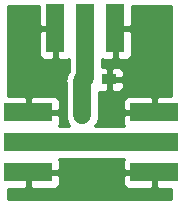
<source format=gtl>
G04 #@! TF.GenerationSoftware,KiCad,Pcbnew,5.0.1*
G04 #@! TF.CreationDate,2018-12-27T15:24:30+01:00*
G04 #@! TF.ProjectId,RFSampler,524653616D706C65722E6B696361645F,rev?*
G04 #@! TF.SameCoordinates,PX617fb78PY6ed25c8*
G04 #@! TF.FileFunction,Copper,L1,Top,Signal*
G04 #@! TF.FilePolarity,Positive*
%FSLAX46Y46*%
G04 Gerber Fmt 4.6, Leading zero omitted, Abs format (unit mm)*
G04 Created by KiCad (PCBNEW 5.0.1) date Do 27 Dez 2018 15:24:30 CET*
%MOMM*%
%LPD*%
G01*
G04 APERTURE LIST*
G04 #@! TA.AperFunction,SMDPad,CuDef*
%ADD10R,4.064000X1.524000*%
G04 #@! TD*
G04 #@! TA.AperFunction,SMDPad,CuDef*
%ADD11R,1.200000X0.900000*%
G04 #@! TD*
G04 #@! TA.AperFunction,SMDPad,CuDef*
%ADD12R,0.900000X1.200000*%
G04 #@! TD*
G04 #@! TA.AperFunction,SMDPad,CuDef*
%ADD13R,1.524000X4.064000*%
G04 #@! TD*
G04 #@! TA.AperFunction,ViaPad*
%ADD14C,0.609600*%
G04 #@! TD*
G04 #@! TA.AperFunction,Conductor*
%ADD15C,0.203200*%
G04 #@! TD*
G04 #@! TA.AperFunction,Conductor*
%ADD16C,1.540000*%
G04 #@! TD*
G04 #@! TA.AperFunction,Conductor*
%ADD17C,0.254000*%
G04 #@! TD*
G04 APERTURE END LIST*
D10*
G04 #@! TO.P,J3,1*
G04 #@! TO.N,Net-(J2-Pad1)*
X2413000Y5461000D03*
G04 #@! TO.P,J3,2*
G04 #@! TO.N,GND*
X2413000Y8001000D03*
X2413000Y2921000D03*
G04 #@! TD*
D11*
G04 #@! TO.P,R1,1*
G04 #@! TO.N,GND*
X9271000Y10795000D03*
G04 #@! TO.P,R1,2*
G04 #@! TO.N,Net-(J1-Pad1)*
X7071000Y10795000D03*
G04 #@! TD*
D12*
G04 #@! TO.P,R2,2*
G04 #@! TO.N,Net-(J2-Pad1)*
X6985000Y5547000D03*
G04 #@! TO.P,R2,1*
G04 #@! TO.N,Net-(J1-Pad1)*
X6985000Y7747000D03*
G04 #@! TD*
D13*
G04 #@! TO.P,J1,2*
G04 #@! TO.N,GND*
X9779000Y15113000D03*
X4699000Y15113000D03*
G04 #@! TO.P,J1,1*
G04 #@! TO.N,Net-(J1-Pad1)*
X7239000Y15113000D03*
G04 #@! TD*
D10*
G04 #@! TO.P,J2,1*
G04 #@! TO.N,Net-(J2-Pad1)*
X13081000Y5461000D03*
G04 #@! TO.P,J2,2*
G04 #@! TO.N,GND*
X13081000Y8001000D03*
X13081000Y2921000D03*
G04 #@! TD*
D14*
G04 #@! TO.N,GND*
X5969000Y2921000D03*
X7493000Y2921000D03*
X9525000Y2921000D03*
X10033000Y8001000D03*
X9017000Y8001000D03*
X5207000Y8001000D03*
X4699000Y12065000D03*
X4699000Y10795000D03*
X4699000Y9779000D03*
X9779000Y12065000D03*
X10033000Y9271000D03*
G04 #@! TD*
D15*
G04 #@! TO.N,GND*
X2413000Y2921000D02*
X5969000Y2921000D01*
X7493000Y2921000D02*
X9525000Y2921000D01*
X10033000Y8001000D02*
X9017000Y8001000D01*
X4699000Y15113000D02*
X4699000Y12065000D01*
X4699000Y10795000D02*
X4699000Y9779000D01*
X10033000Y8001000D02*
X10033000Y9271000D01*
D16*
G04 #@! TO.N,Net-(J1-Pad1)*
X6985000Y10709000D02*
X7071000Y10795000D01*
X6985000Y7747000D02*
X6985000Y10709000D01*
X7239000Y10963000D02*
X7071000Y10795000D01*
X7239000Y15113000D02*
X7239000Y10963000D01*
G04 #@! TO.N,Net-(J2-Pad1)*
X2413000Y5461000D02*
X6477000Y5461000D01*
X6477000Y5461000D02*
X13081000Y5461000D01*
G04 #@! TD*
D17*
G04 #@! TO.N,GND*
G36*
X10510673Y4042699D02*
X10414000Y3809310D01*
X10414000Y3206750D01*
X10572750Y3048000D01*
X12954000Y3048000D01*
X12954000Y3068000D01*
X13208000Y3068000D01*
X13208000Y3048000D01*
X13228000Y3048000D01*
X13228000Y2794000D01*
X13208000Y2794000D01*
X13208000Y1682750D01*
X13366750Y1524000D01*
X14530001Y1524000D01*
X14530001Y710000D01*
X710000Y710000D01*
X710000Y1524000D01*
X2127250Y1524000D01*
X2286000Y1682750D01*
X2286000Y2794000D01*
X2540000Y2794000D01*
X2540000Y1682750D01*
X2698750Y1524000D01*
X4571309Y1524000D01*
X4804698Y1620673D01*
X4983327Y1799301D01*
X5080000Y2032690D01*
X5080000Y2635250D01*
X10414000Y2635250D01*
X10414000Y2032690D01*
X10510673Y1799301D01*
X10689302Y1620673D01*
X10922691Y1524000D01*
X12795250Y1524000D01*
X12954000Y1682750D01*
X12954000Y2794000D01*
X10572750Y2794000D01*
X10414000Y2635250D01*
X5080000Y2635250D01*
X4921250Y2794000D01*
X2540000Y2794000D01*
X2286000Y2794000D01*
X2266000Y2794000D01*
X2266000Y3048000D01*
X2286000Y3048000D01*
X2286000Y3068000D01*
X2540000Y3068000D01*
X2540000Y3048000D01*
X4921250Y3048000D01*
X5080000Y3206750D01*
X5080000Y3809310D01*
X4983327Y4042699D01*
X4970026Y4056000D01*
X10523974Y4056000D01*
X10510673Y4042699D01*
X10510673Y4042699D01*
G37*
X10510673Y4042699D02*
X10414000Y3809310D01*
X10414000Y3206750D01*
X10572750Y3048000D01*
X12954000Y3048000D01*
X12954000Y3068000D01*
X13208000Y3068000D01*
X13208000Y3048000D01*
X13228000Y3048000D01*
X13228000Y2794000D01*
X13208000Y2794000D01*
X13208000Y1682750D01*
X13366750Y1524000D01*
X14530001Y1524000D01*
X14530001Y710000D01*
X710000Y710000D01*
X710000Y1524000D01*
X2127250Y1524000D01*
X2286000Y1682750D01*
X2286000Y2794000D01*
X2540000Y2794000D01*
X2540000Y1682750D01*
X2698750Y1524000D01*
X4571309Y1524000D01*
X4804698Y1620673D01*
X4983327Y1799301D01*
X5080000Y2032690D01*
X5080000Y2635250D01*
X10414000Y2635250D01*
X10414000Y2032690D01*
X10510673Y1799301D01*
X10689302Y1620673D01*
X10922691Y1524000D01*
X12795250Y1524000D01*
X12954000Y1682750D01*
X12954000Y2794000D01*
X10572750Y2794000D01*
X10414000Y2635250D01*
X5080000Y2635250D01*
X4921250Y2794000D01*
X2540000Y2794000D01*
X2286000Y2794000D01*
X2266000Y2794000D01*
X2266000Y3048000D01*
X2286000Y3048000D01*
X2286000Y3068000D01*
X2540000Y3068000D01*
X2540000Y3048000D01*
X4921250Y3048000D01*
X5080000Y3206750D01*
X5080000Y3809310D01*
X4983327Y4042699D01*
X4970026Y4056000D01*
X10523974Y4056000D01*
X10510673Y4042699D01*
G36*
X3302000Y15398750D02*
X3460750Y15240000D01*
X4572000Y15240000D01*
X4572000Y15260000D01*
X4826000Y15260000D01*
X4826000Y15240000D01*
X4846000Y15240000D01*
X4846000Y14986000D01*
X4826000Y14986000D01*
X4826000Y12604750D01*
X4984750Y12446000D01*
X5587310Y12446000D01*
X5820699Y12542673D01*
X5834001Y12555975D01*
X5834001Y11515340D01*
X5661519Y11257203D01*
X5552476Y10709000D01*
X5580001Y10570621D01*
X5580000Y7608623D01*
X5661519Y7198797D01*
X5883888Y6866000D01*
X4970026Y6866000D01*
X4983327Y6879301D01*
X5080000Y7112690D01*
X5080000Y7715250D01*
X4921250Y7874000D01*
X2540000Y7874000D01*
X2540000Y7854000D01*
X2286000Y7854000D01*
X2286000Y7874000D01*
X2266000Y7874000D01*
X2266000Y8128000D01*
X2286000Y8128000D01*
X2286000Y9239250D01*
X2540000Y9239250D01*
X2540000Y8128000D01*
X4921250Y8128000D01*
X5080000Y8286750D01*
X5080000Y8889310D01*
X4983327Y9122699D01*
X4804698Y9301327D01*
X4571309Y9398000D01*
X2698750Y9398000D01*
X2540000Y9239250D01*
X2286000Y9239250D01*
X2127250Y9398000D01*
X710000Y9398000D01*
X710000Y14827250D01*
X3302000Y14827250D01*
X3302000Y12954691D01*
X3398673Y12721302D01*
X3577301Y12542673D01*
X3810690Y12446000D01*
X4413250Y12446000D01*
X4572000Y12604750D01*
X4572000Y14986000D01*
X3460750Y14986000D01*
X3302000Y14827250D01*
X710000Y14827250D01*
X710000Y17018000D01*
X3302000Y17018000D01*
X3302000Y15398750D01*
X3302000Y15398750D01*
G37*
X3302000Y15398750D02*
X3460750Y15240000D01*
X4572000Y15240000D01*
X4572000Y15260000D01*
X4826000Y15260000D01*
X4826000Y15240000D01*
X4846000Y15240000D01*
X4846000Y14986000D01*
X4826000Y14986000D01*
X4826000Y12604750D01*
X4984750Y12446000D01*
X5587310Y12446000D01*
X5820699Y12542673D01*
X5834001Y12555975D01*
X5834001Y11515340D01*
X5661519Y11257203D01*
X5552476Y10709000D01*
X5580001Y10570621D01*
X5580000Y7608623D01*
X5661519Y7198797D01*
X5883888Y6866000D01*
X4970026Y6866000D01*
X4983327Y6879301D01*
X5080000Y7112690D01*
X5080000Y7715250D01*
X4921250Y7874000D01*
X2540000Y7874000D01*
X2540000Y7854000D01*
X2286000Y7854000D01*
X2286000Y7874000D01*
X2266000Y7874000D01*
X2266000Y8128000D01*
X2286000Y8128000D01*
X2286000Y9239250D01*
X2540000Y9239250D01*
X2540000Y8128000D01*
X4921250Y8128000D01*
X5080000Y8286750D01*
X5080000Y8889310D01*
X4983327Y9122699D01*
X4804698Y9301327D01*
X4571309Y9398000D01*
X2698750Y9398000D01*
X2540000Y9239250D01*
X2286000Y9239250D01*
X2127250Y9398000D01*
X710000Y9398000D01*
X710000Y14827250D01*
X3302000Y14827250D01*
X3302000Y12954691D01*
X3398673Y12721302D01*
X3577301Y12542673D01*
X3810690Y12446000D01*
X4413250Y12446000D01*
X4572000Y12604750D01*
X4572000Y14986000D01*
X3460750Y14986000D01*
X3302000Y14827250D01*
X710000Y14827250D01*
X710000Y17018000D01*
X3302000Y17018000D01*
X3302000Y15398750D01*
G36*
X14530000Y9398000D02*
X13366750Y9398000D01*
X13208000Y9239250D01*
X13208000Y8128000D01*
X13228000Y8128000D01*
X13228000Y7874000D01*
X13208000Y7874000D01*
X13208000Y7854000D01*
X12954000Y7854000D01*
X12954000Y7874000D01*
X10572750Y7874000D01*
X10414000Y7715250D01*
X10414000Y7112690D01*
X10510673Y6879301D01*
X10523974Y6866000D01*
X8086112Y6866000D01*
X8308481Y7198796D01*
X8390000Y7608622D01*
X8390000Y8889310D01*
X10414000Y8889310D01*
X10414000Y8286750D01*
X10572750Y8128000D01*
X12954000Y8128000D01*
X12954000Y9239250D01*
X12795250Y9398000D01*
X10922691Y9398000D01*
X10689302Y9301327D01*
X10510673Y9122699D01*
X10414000Y8889310D01*
X8390000Y8889310D01*
X8390000Y9774075D01*
X8544691Y9710000D01*
X8985250Y9710000D01*
X9144000Y9868750D01*
X9144000Y10668000D01*
X9398000Y10668000D01*
X9398000Y9868750D01*
X9556750Y9710000D01*
X9997309Y9710000D01*
X10230698Y9806673D01*
X10409327Y9985301D01*
X10506000Y10218690D01*
X10506000Y10509250D01*
X10347250Y10668000D01*
X9398000Y10668000D01*
X9144000Y10668000D01*
X9124000Y10668000D01*
X9124000Y10922000D01*
X9144000Y10922000D01*
X9144000Y11721250D01*
X9398000Y11721250D01*
X9398000Y10922000D01*
X10347250Y10922000D01*
X10506000Y11080750D01*
X10506000Y11371310D01*
X10409327Y11604699D01*
X10230698Y11783327D01*
X9997309Y11880000D01*
X9556750Y11880000D01*
X9398000Y11721250D01*
X9144000Y11721250D01*
X8985250Y11880000D01*
X8644000Y11880000D01*
X8644000Y12555974D01*
X8657301Y12542673D01*
X8890690Y12446000D01*
X9493250Y12446000D01*
X9652000Y12604750D01*
X9652000Y14986000D01*
X9906000Y14986000D01*
X9906000Y12604750D01*
X10064750Y12446000D01*
X10667310Y12446000D01*
X10900699Y12542673D01*
X11079327Y12721302D01*
X11176000Y12954691D01*
X11176000Y14827250D01*
X11017250Y14986000D01*
X9906000Y14986000D01*
X9652000Y14986000D01*
X9632000Y14986000D01*
X9632000Y15240000D01*
X9652000Y15240000D01*
X9652000Y15260000D01*
X9906000Y15260000D01*
X9906000Y15240000D01*
X11017250Y15240000D01*
X11176000Y15398750D01*
X11176000Y17018000D01*
X14530000Y17018000D01*
X14530000Y9398000D01*
X14530000Y9398000D01*
G37*
X14530000Y9398000D02*
X13366750Y9398000D01*
X13208000Y9239250D01*
X13208000Y8128000D01*
X13228000Y8128000D01*
X13228000Y7874000D01*
X13208000Y7874000D01*
X13208000Y7854000D01*
X12954000Y7854000D01*
X12954000Y7874000D01*
X10572750Y7874000D01*
X10414000Y7715250D01*
X10414000Y7112690D01*
X10510673Y6879301D01*
X10523974Y6866000D01*
X8086112Y6866000D01*
X8308481Y7198796D01*
X8390000Y7608622D01*
X8390000Y8889310D01*
X10414000Y8889310D01*
X10414000Y8286750D01*
X10572750Y8128000D01*
X12954000Y8128000D01*
X12954000Y9239250D01*
X12795250Y9398000D01*
X10922691Y9398000D01*
X10689302Y9301327D01*
X10510673Y9122699D01*
X10414000Y8889310D01*
X8390000Y8889310D01*
X8390000Y9774075D01*
X8544691Y9710000D01*
X8985250Y9710000D01*
X9144000Y9868750D01*
X9144000Y10668000D01*
X9398000Y10668000D01*
X9398000Y9868750D01*
X9556750Y9710000D01*
X9997309Y9710000D01*
X10230698Y9806673D01*
X10409327Y9985301D01*
X10506000Y10218690D01*
X10506000Y10509250D01*
X10347250Y10668000D01*
X9398000Y10668000D01*
X9144000Y10668000D01*
X9124000Y10668000D01*
X9124000Y10922000D01*
X9144000Y10922000D01*
X9144000Y11721250D01*
X9398000Y11721250D01*
X9398000Y10922000D01*
X10347250Y10922000D01*
X10506000Y11080750D01*
X10506000Y11371310D01*
X10409327Y11604699D01*
X10230698Y11783327D01*
X9997309Y11880000D01*
X9556750Y11880000D01*
X9398000Y11721250D01*
X9144000Y11721250D01*
X8985250Y11880000D01*
X8644000Y11880000D01*
X8644000Y12555974D01*
X8657301Y12542673D01*
X8890690Y12446000D01*
X9493250Y12446000D01*
X9652000Y12604750D01*
X9652000Y14986000D01*
X9906000Y14986000D01*
X9906000Y12604750D01*
X10064750Y12446000D01*
X10667310Y12446000D01*
X10900699Y12542673D01*
X11079327Y12721302D01*
X11176000Y12954691D01*
X11176000Y14827250D01*
X11017250Y14986000D01*
X9906000Y14986000D01*
X9652000Y14986000D01*
X9632000Y14986000D01*
X9632000Y15240000D01*
X9652000Y15240000D01*
X9652000Y15260000D01*
X9906000Y15260000D01*
X9906000Y15240000D01*
X11017250Y15240000D01*
X11176000Y15398750D01*
X11176000Y17018000D01*
X14530000Y17018000D01*
X14530000Y9398000D01*
G04 #@! TD*
M02*

</source>
